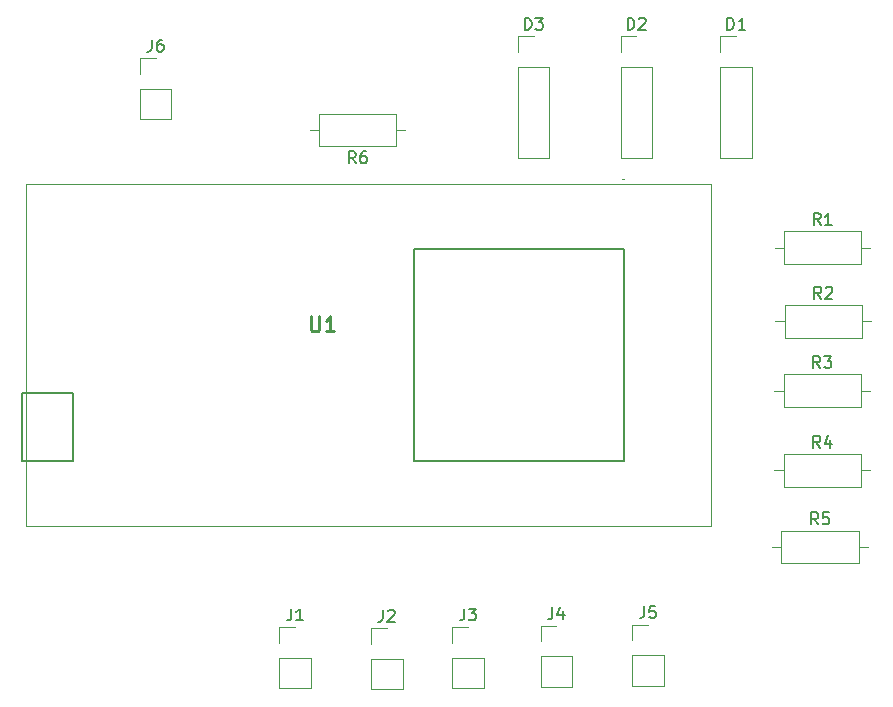
<source format=gbr>
%TF.GenerationSoftware,KiCad,Pcbnew,(5.1.12)-1*%
%TF.CreationDate,2022-06-22T10:59:22-05:00*%
%TF.ProjectId,Unidad central,556e6964-6164-4206-9365-6e7472616c2e,rev?*%
%TF.SameCoordinates,Original*%
%TF.FileFunction,Legend,Top*%
%TF.FilePolarity,Positive*%
%FSLAX46Y46*%
G04 Gerber Fmt 4.6, Leading zero omitted, Abs format (unit mm)*
G04 Created by KiCad (PCBNEW (5.1.12)-1) date 2022-06-22 10:59:22*
%MOMM*%
%LPD*%
G01*
G04 APERTURE LIST*
%ADD10C,0.120000*%
%ADD11C,0.200000*%
%ADD12C,0.100000*%
%ADD13C,0.150000*%
%ADD14C,0.254000*%
G04 APERTURE END LIST*
D10*
%TO.C,R6*%
X123897000Y-59921100D02*
X124667000Y-59921100D01*
X131977000Y-59921100D02*
X131207000Y-59921100D01*
X124667000Y-61291100D02*
X131207000Y-61291100D01*
X124667000Y-58551100D02*
X124667000Y-61291100D01*
X131207000Y-58551100D02*
X124667000Y-58551100D01*
X131207000Y-61291100D02*
X131207000Y-58551100D01*
%TO.C,R5*%
X171124000Y-95224600D02*
X170354000Y-95224600D01*
X163044000Y-95224600D02*
X163814000Y-95224600D01*
X170354000Y-93854600D02*
X163814000Y-93854600D01*
X170354000Y-96594600D02*
X170354000Y-93854600D01*
X163814000Y-96594600D02*
X170354000Y-96594600D01*
X163814000Y-93854600D02*
X163814000Y-96594600D01*
%TO.C,R4*%
X171302000Y-88742500D02*
X170532000Y-88742500D01*
X163222000Y-88742500D02*
X163992000Y-88742500D01*
X170532000Y-87372500D02*
X163992000Y-87372500D01*
X170532000Y-90112500D02*
X170532000Y-87372500D01*
X163992000Y-90112500D02*
X170532000Y-90112500D01*
X163992000Y-87372500D02*
X163992000Y-90112500D01*
%TO.C,R3*%
X171302000Y-81991200D02*
X170532000Y-81991200D01*
X163222000Y-81991200D02*
X163992000Y-81991200D01*
X170532000Y-80621200D02*
X163992000Y-80621200D01*
X170532000Y-83361200D02*
X170532000Y-80621200D01*
X163992000Y-83361200D02*
X170532000Y-83361200D01*
X163992000Y-80621200D02*
X163992000Y-83361200D01*
%TO.C,R2*%
X171390000Y-76131400D02*
X170620000Y-76131400D01*
X163310000Y-76131400D02*
X164080000Y-76131400D01*
X170620000Y-74761400D02*
X164080000Y-74761400D01*
X170620000Y-77501400D02*
X170620000Y-74761400D01*
X164080000Y-77501400D02*
X170620000Y-77501400D01*
X164080000Y-74761400D02*
X164080000Y-77501400D01*
%TO.C,R1*%
X171329000Y-69883000D02*
X170559000Y-69883000D01*
X163249000Y-69883000D02*
X164019000Y-69883000D01*
X170559000Y-68513000D02*
X164019000Y-68513000D01*
X170559000Y-71253000D02*
X170559000Y-68513000D01*
X164019000Y-71253000D02*
X170559000Y-71253000D01*
X164019000Y-68513000D02*
X164019000Y-71253000D01*
%TO.C,J4*%
X143417000Y-101898000D02*
X144747000Y-101898000D01*
X143417000Y-103228000D02*
X143417000Y-101898000D01*
X143417000Y-104498000D02*
X146077000Y-104498000D01*
X146077000Y-104498000D02*
X146077000Y-107098000D01*
X143417000Y-104498000D02*
X143417000Y-107098000D01*
X143417000Y-107098000D02*
X146077000Y-107098000D01*
%TO.C,J3*%
X135949000Y-101995000D02*
X137279000Y-101995000D01*
X135949000Y-103325000D02*
X135949000Y-101995000D01*
X135949000Y-104595000D02*
X138609000Y-104595000D01*
X138609000Y-104595000D02*
X138609000Y-107195000D01*
X135949000Y-104595000D02*
X135949000Y-107195000D01*
X135949000Y-107195000D02*
X138609000Y-107195000D01*
%TO.C,J2*%
X129074000Y-102094000D02*
X130404000Y-102094000D01*
X129074000Y-103424000D02*
X129074000Y-102094000D01*
X129074000Y-104694000D02*
X131734000Y-104694000D01*
X131734000Y-104694000D02*
X131734000Y-107294000D01*
X129074000Y-104694000D02*
X129074000Y-107294000D01*
X129074000Y-107294000D02*
X131734000Y-107294000D01*
%TO.C,D3*%
X141492000Y-51977000D02*
X142822000Y-51977000D01*
X141492000Y-53307000D02*
X141492000Y-51977000D01*
X141492000Y-54577000D02*
X144152000Y-54577000D01*
X144152000Y-54577000D02*
X144152000Y-62257000D01*
X141492000Y-54577000D02*
X141492000Y-62257000D01*
X141492000Y-62257000D02*
X144152000Y-62257000D01*
D11*
%TO.C,U1*%
X103874000Y-82184200D02*
X99552000Y-82184200D01*
X103874000Y-87990200D02*
X103874000Y-82184200D01*
X99552000Y-87990200D02*
X103874000Y-87990200D01*
X99552000Y-82184200D02*
X99552000Y-87990200D01*
X150452000Y-69985200D02*
X132672000Y-69985200D01*
X150452000Y-87985200D02*
X150452000Y-69985200D01*
X132672000Y-87985200D02*
X150452000Y-87985200D01*
X132672000Y-69985200D02*
X132672000Y-87985200D01*
D12*
X150462000Y-64085200D02*
X150462000Y-64085200D01*
X150362000Y-64085200D02*
X150362000Y-64085200D01*
X99862000Y-93485200D02*
X99862000Y-64485200D01*
X157862000Y-93485200D02*
X99862000Y-93485200D01*
X157862000Y-64485200D02*
X157862000Y-93485200D01*
X99862000Y-64485200D02*
X157862000Y-64485200D01*
X150362000Y-64085200D02*
G75*
G03*
X150462000Y-64085200I50000J0D01*
G01*
X150462000Y-64085200D02*
G75*
G03*
X150362000Y-64085200I-50000J0D01*
G01*
D10*
%TO.C,D2*%
X150196000Y-51977000D02*
X151526000Y-51977000D01*
X150196000Y-53307000D02*
X150196000Y-51977000D01*
X150196000Y-54577000D02*
X152856000Y-54577000D01*
X152856000Y-54577000D02*
X152856000Y-62257000D01*
X150196000Y-54577000D02*
X150196000Y-62257000D01*
X150196000Y-62257000D02*
X152856000Y-62257000D01*
%TO.C,D1*%
X158634000Y-51977000D02*
X159964000Y-51977000D01*
X158634000Y-53307000D02*
X158634000Y-51977000D01*
X158634000Y-54577000D02*
X161294000Y-54577000D01*
X161294000Y-54577000D02*
X161294000Y-62257000D01*
X158634000Y-54577000D02*
X158634000Y-62257000D01*
X158634000Y-62257000D02*
X161294000Y-62257000D01*
%TO.C,J6*%
X109503000Y-53828600D02*
X110833000Y-53828600D01*
X109503000Y-55158600D02*
X109503000Y-53828600D01*
X109503000Y-56428600D02*
X112163000Y-56428600D01*
X112163000Y-56428600D02*
X112163000Y-59028600D01*
X109503000Y-56428600D02*
X109503000Y-59028600D01*
X109503000Y-59028600D02*
X112163000Y-59028600D01*
%TO.C,J5*%
X151200000Y-101797000D02*
X152530000Y-101797000D01*
X151200000Y-103127000D02*
X151200000Y-101797000D01*
X151200000Y-104397000D02*
X153860000Y-104397000D01*
X153860000Y-104397000D02*
X153860000Y-106997000D01*
X151200000Y-104397000D02*
X151200000Y-106997000D01*
X151200000Y-106997000D02*
X153860000Y-106997000D01*
%TO.C,J1*%
X121314000Y-101995000D02*
X122644000Y-101995000D01*
X121314000Y-103325000D02*
X121314000Y-101995000D01*
X121314000Y-104595000D02*
X123974000Y-104595000D01*
X123974000Y-104595000D02*
X123974000Y-107195000D01*
X121314000Y-104595000D02*
X121314000Y-107195000D01*
X121314000Y-107195000D02*
X123974000Y-107195000D01*
%TO.C,R6*%
D13*
X127770333Y-62743480D02*
X127437000Y-62267290D01*
X127198904Y-62743480D02*
X127198904Y-61743480D01*
X127579857Y-61743480D01*
X127675095Y-61791100D01*
X127722714Y-61838719D01*
X127770333Y-61933957D01*
X127770333Y-62076814D01*
X127722714Y-62172052D01*
X127675095Y-62219671D01*
X127579857Y-62267290D01*
X127198904Y-62267290D01*
X128627476Y-61743480D02*
X128437000Y-61743480D01*
X128341761Y-61791100D01*
X128294142Y-61838719D01*
X128198904Y-61981576D01*
X128151285Y-62172052D01*
X128151285Y-62553004D01*
X128198904Y-62648242D01*
X128246523Y-62695861D01*
X128341761Y-62743480D01*
X128532238Y-62743480D01*
X128627476Y-62695861D01*
X128675095Y-62648242D01*
X128722714Y-62553004D01*
X128722714Y-62314909D01*
X128675095Y-62219671D01*
X128627476Y-62172052D01*
X128532238Y-62124433D01*
X128341761Y-62124433D01*
X128246523Y-62172052D01*
X128198904Y-62219671D01*
X128151285Y-62314909D01*
%TO.C,R5*%
X166917333Y-93306980D02*
X166584000Y-92830790D01*
X166345904Y-93306980D02*
X166345904Y-92306980D01*
X166726857Y-92306980D01*
X166822095Y-92354600D01*
X166869714Y-92402219D01*
X166917333Y-92497457D01*
X166917333Y-92640314D01*
X166869714Y-92735552D01*
X166822095Y-92783171D01*
X166726857Y-92830790D01*
X166345904Y-92830790D01*
X167822095Y-92306980D02*
X167345904Y-92306980D01*
X167298285Y-92783171D01*
X167345904Y-92735552D01*
X167441142Y-92687933D01*
X167679238Y-92687933D01*
X167774476Y-92735552D01*
X167822095Y-92783171D01*
X167869714Y-92878409D01*
X167869714Y-93116504D01*
X167822095Y-93211742D01*
X167774476Y-93259361D01*
X167679238Y-93306980D01*
X167441142Y-93306980D01*
X167345904Y-93259361D01*
X167298285Y-93211742D01*
%TO.C,R4*%
X167095333Y-86824880D02*
X166762000Y-86348690D01*
X166523904Y-86824880D02*
X166523904Y-85824880D01*
X166904857Y-85824880D01*
X167000095Y-85872500D01*
X167047714Y-85920119D01*
X167095333Y-86015357D01*
X167095333Y-86158214D01*
X167047714Y-86253452D01*
X167000095Y-86301071D01*
X166904857Y-86348690D01*
X166523904Y-86348690D01*
X167952476Y-86158214D02*
X167952476Y-86824880D01*
X167714380Y-85777261D02*
X167476285Y-86491547D01*
X168095333Y-86491547D01*
%TO.C,R3*%
X167095333Y-80073580D02*
X166762000Y-79597390D01*
X166523904Y-80073580D02*
X166523904Y-79073580D01*
X166904857Y-79073580D01*
X167000095Y-79121200D01*
X167047714Y-79168819D01*
X167095333Y-79264057D01*
X167095333Y-79406914D01*
X167047714Y-79502152D01*
X167000095Y-79549771D01*
X166904857Y-79597390D01*
X166523904Y-79597390D01*
X167428666Y-79073580D02*
X168047714Y-79073580D01*
X167714380Y-79454533D01*
X167857238Y-79454533D01*
X167952476Y-79502152D01*
X168000095Y-79549771D01*
X168047714Y-79645009D01*
X168047714Y-79883104D01*
X168000095Y-79978342D01*
X167952476Y-80025961D01*
X167857238Y-80073580D01*
X167571523Y-80073580D01*
X167476285Y-80025961D01*
X167428666Y-79978342D01*
%TO.C,R2*%
X167183333Y-74213780D02*
X166850000Y-73737590D01*
X166611904Y-74213780D02*
X166611904Y-73213780D01*
X166992857Y-73213780D01*
X167088095Y-73261400D01*
X167135714Y-73309019D01*
X167183333Y-73404257D01*
X167183333Y-73547114D01*
X167135714Y-73642352D01*
X167088095Y-73689971D01*
X166992857Y-73737590D01*
X166611904Y-73737590D01*
X167564285Y-73309019D02*
X167611904Y-73261400D01*
X167707142Y-73213780D01*
X167945238Y-73213780D01*
X168040476Y-73261400D01*
X168088095Y-73309019D01*
X168135714Y-73404257D01*
X168135714Y-73499495D01*
X168088095Y-73642352D01*
X167516666Y-74213780D01*
X168135714Y-74213780D01*
%TO.C,R1*%
X167122333Y-67965380D02*
X166789000Y-67489190D01*
X166550904Y-67965380D02*
X166550904Y-66965380D01*
X166931857Y-66965380D01*
X167027095Y-67013000D01*
X167074714Y-67060619D01*
X167122333Y-67155857D01*
X167122333Y-67298714D01*
X167074714Y-67393952D01*
X167027095Y-67441571D01*
X166931857Y-67489190D01*
X166550904Y-67489190D01*
X168074714Y-67965380D02*
X167503285Y-67965380D01*
X167789000Y-67965380D02*
X167789000Y-66965380D01*
X167693761Y-67108238D01*
X167598523Y-67203476D01*
X167503285Y-67251095D01*
%TO.C,J4*%
X144413666Y-100350380D02*
X144413666Y-101064666D01*
X144366047Y-101207523D01*
X144270809Y-101302761D01*
X144127952Y-101350380D01*
X144032714Y-101350380D01*
X145318428Y-100683714D02*
X145318428Y-101350380D01*
X145080333Y-100302761D02*
X144842238Y-101017047D01*
X145461285Y-101017047D01*
%TO.C,J3*%
X136945666Y-100447380D02*
X136945666Y-101161666D01*
X136898047Y-101304523D01*
X136802809Y-101399761D01*
X136659952Y-101447380D01*
X136564714Y-101447380D01*
X137326619Y-100447380D02*
X137945666Y-100447380D01*
X137612333Y-100828333D01*
X137755190Y-100828333D01*
X137850428Y-100875952D01*
X137898047Y-100923571D01*
X137945666Y-101018809D01*
X137945666Y-101256904D01*
X137898047Y-101352142D01*
X137850428Y-101399761D01*
X137755190Y-101447380D01*
X137469476Y-101447380D01*
X137374238Y-101399761D01*
X137326619Y-101352142D01*
%TO.C,J2*%
X130070666Y-100546380D02*
X130070666Y-101260666D01*
X130023047Y-101403523D01*
X129927809Y-101498761D01*
X129784952Y-101546380D01*
X129689714Y-101546380D01*
X130499238Y-100641619D02*
X130546857Y-100594000D01*
X130642095Y-100546380D01*
X130880190Y-100546380D01*
X130975428Y-100594000D01*
X131023047Y-100641619D01*
X131070666Y-100736857D01*
X131070666Y-100832095D01*
X131023047Y-100974952D01*
X130451619Y-101546380D01*
X131070666Y-101546380D01*
%TO.C,D3*%
X142083904Y-51429380D02*
X142083904Y-50429380D01*
X142322000Y-50429380D01*
X142464857Y-50477000D01*
X142560095Y-50572238D01*
X142607714Y-50667476D01*
X142655333Y-50857952D01*
X142655333Y-51000809D01*
X142607714Y-51191285D01*
X142560095Y-51286523D01*
X142464857Y-51381761D01*
X142322000Y-51429380D01*
X142083904Y-51429380D01*
X142988666Y-50429380D02*
X143607714Y-50429380D01*
X143274380Y-50810333D01*
X143417238Y-50810333D01*
X143512476Y-50857952D01*
X143560095Y-50905571D01*
X143607714Y-51000809D01*
X143607714Y-51238904D01*
X143560095Y-51334142D01*
X143512476Y-51381761D01*
X143417238Y-51429380D01*
X143131523Y-51429380D01*
X143036285Y-51381761D01*
X142988666Y-51334142D01*
%TO.C,U1*%
D14*
X123962560Y-75697543D02*
X123962560Y-76725639D01*
X124023037Y-76846591D01*
X124083513Y-76907067D01*
X124204465Y-76967543D01*
X124446370Y-76967543D01*
X124567322Y-76907067D01*
X124627799Y-76846591D01*
X124688275Y-76725639D01*
X124688275Y-75697543D01*
X125958275Y-76967543D02*
X125232560Y-76967543D01*
X125595418Y-76967543D02*
X125595418Y-75697543D01*
X125474465Y-75878972D01*
X125353513Y-75999924D01*
X125232560Y-76060400D01*
%TO.C,D2*%
D13*
X150787904Y-51429380D02*
X150787904Y-50429380D01*
X151026000Y-50429380D01*
X151168857Y-50477000D01*
X151264095Y-50572238D01*
X151311714Y-50667476D01*
X151359333Y-50857952D01*
X151359333Y-51000809D01*
X151311714Y-51191285D01*
X151264095Y-51286523D01*
X151168857Y-51381761D01*
X151026000Y-51429380D01*
X150787904Y-51429380D01*
X151740285Y-50524619D02*
X151787904Y-50477000D01*
X151883142Y-50429380D01*
X152121238Y-50429380D01*
X152216476Y-50477000D01*
X152264095Y-50524619D01*
X152311714Y-50619857D01*
X152311714Y-50715095D01*
X152264095Y-50857952D01*
X151692666Y-51429380D01*
X152311714Y-51429380D01*
%TO.C,D1*%
X159225904Y-51429380D02*
X159225904Y-50429380D01*
X159464000Y-50429380D01*
X159606857Y-50477000D01*
X159702095Y-50572238D01*
X159749714Y-50667476D01*
X159797333Y-50857952D01*
X159797333Y-51000809D01*
X159749714Y-51191285D01*
X159702095Y-51286523D01*
X159606857Y-51381761D01*
X159464000Y-51429380D01*
X159225904Y-51429380D01*
X160749714Y-51429380D02*
X160178285Y-51429380D01*
X160464000Y-51429380D02*
X160464000Y-50429380D01*
X160368761Y-50572238D01*
X160273523Y-50667476D01*
X160178285Y-50715095D01*
%TO.C,J6*%
X110499666Y-52280980D02*
X110499666Y-52995266D01*
X110452047Y-53138123D01*
X110356809Y-53233361D01*
X110213952Y-53280980D01*
X110118714Y-53280980D01*
X111404428Y-52280980D02*
X111213952Y-52280980D01*
X111118714Y-52328600D01*
X111071095Y-52376219D01*
X110975857Y-52519076D01*
X110928238Y-52709552D01*
X110928238Y-53090504D01*
X110975857Y-53185742D01*
X111023476Y-53233361D01*
X111118714Y-53280980D01*
X111309190Y-53280980D01*
X111404428Y-53233361D01*
X111452047Y-53185742D01*
X111499666Y-53090504D01*
X111499666Y-52852409D01*
X111452047Y-52757171D01*
X111404428Y-52709552D01*
X111309190Y-52661933D01*
X111118714Y-52661933D01*
X111023476Y-52709552D01*
X110975857Y-52757171D01*
X110928238Y-52852409D01*
%TO.C,J5*%
X152196666Y-100249380D02*
X152196666Y-100963666D01*
X152149047Y-101106523D01*
X152053809Y-101201761D01*
X151910952Y-101249380D01*
X151815714Y-101249380D01*
X153149047Y-100249380D02*
X152672857Y-100249380D01*
X152625238Y-100725571D01*
X152672857Y-100677952D01*
X152768095Y-100630333D01*
X153006190Y-100630333D01*
X153101428Y-100677952D01*
X153149047Y-100725571D01*
X153196666Y-100820809D01*
X153196666Y-101058904D01*
X153149047Y-101154142D01*
X153101428Y-101201761D01*
X153006190Y-101249380D01*
X152768095Y-101249380D01*
X152672857Y-101201761D01*
X152625238Y-101154142D01*
%TO.C,J1*%
X122310666Y-100447380D02*
X122310666Y-101161666D01*
X122263047Y-101304523D01*
X122167809Y-101399761D01*
X122024952Y-101447380D01*
X121929714Y-101447380D01*
X123310666Y-101447380D02*
X122739238Y-101447380D01*
X123024952Y-101447380D02*
X123024952Y-100447380D01*
X122929714Y-100590238D01*
X122834476Y-100685476D01*
X122739238Y-100733095D01*
%TD*%
M02*

</source>
